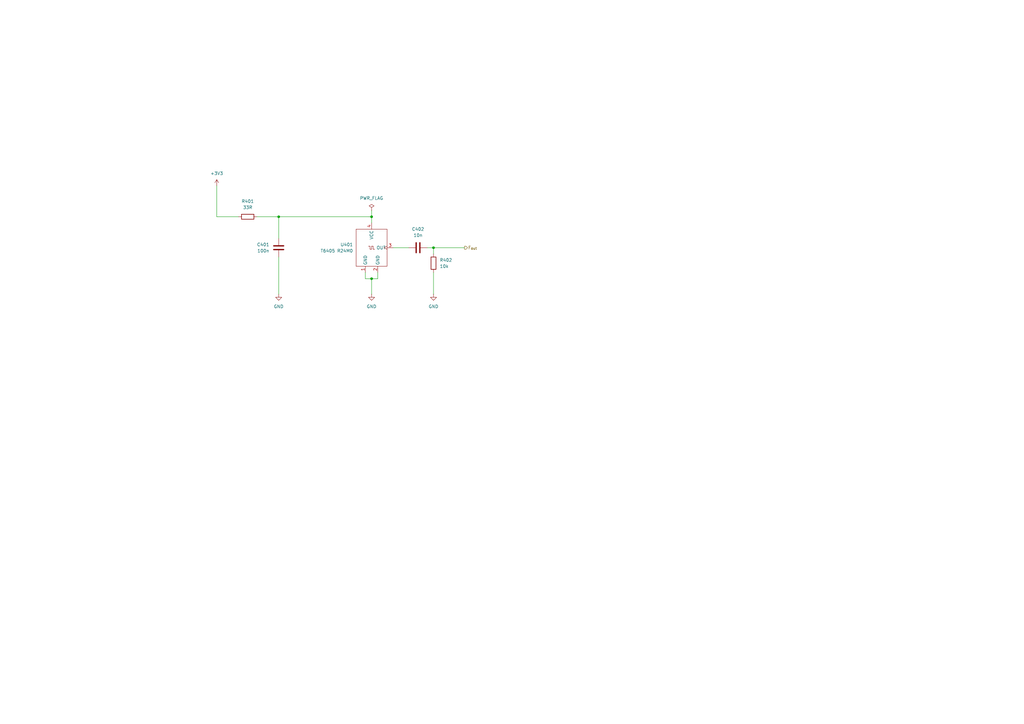
<source format=kicad_sch>
(kicad_sch (version 20231120) (generator "eeschema") (generator_version "8.0")
  (paper "A3")
  (title_block (title "CubeSat RP2040 Board") (rev "1") (company "Magnus Oksbøl Therkelsen") (comment 1 "Author: Magnus Oksbøl Therkelsen") (comment 2 "Checked by: "))
  (lib_symbols
    (symbol "Device:C" (pin_numbers hide) (pin_names (offset 0.254))
      (property "Reference" "C" (at 0.635 2.54 0))
      (property "Value" "C" (at 0.635 -2.54 0))
      (symbol "C_0_1"
        (polyline (pts (xy -2.032 -0.762) (xy 2.032 -0.762)) (stroke (width 0.508)))
        (polyline (pts (xy -2.032 0.762) (xy 2.032 0.762)) (stroke (width 0.508)))
      )
      (symbol "C_1_1"
        (pin passive line (at 0 3.81 270) (length 2.794) (name "~") (number "1"))
        (pin passive line (at 0 -3.81 90) (length 2.794) (name "~") (number "2"))
      )
    )
    (symbol "Device:R" (pin_numbers hide) (pin_names (offset 0))
      (property "Reference" "R" (at 2.032 0 90))
      (property "Value" "R" (at 0 0 90))
      (symbol "R_0_1"
        (rectangle (start -1.016 -2.54) (end 1.016 2.54) (stroke (width 0.254)))
      )
      (symbol "R_1_1"
        (pin passive line (at 0 3.81 270) (length 1.27) (name "~") (number "1"))
        (pin passive line (at 0 -3.81 90) (length 1.27) (name "~") (number "2"))
      )
    )
    (symbol "cubesat_rp2040:RST3225N"
      (property "Reference" "U" (at -6.35 8.89 0))
      (property "Value" "RST3225N" (at 6.35 8.89 0))
      (symbol "RST3225N_0_0"
        (pin power_in line (at 2.54 -10.16 90) (length 2.54) (name "GND") (number "2"))
        (pin power_in line (at 0 10.16 270) (length 2.54) (name "VCC") (number "4"))
      )
      (symbol "RST3225N_0_1"
        (rectangle (start -6.35 7.62) (end 6.35 -7.62))
        (polyline (pts (xy -1.27 0.635) (xy -0.635 0.635) (xy -0.635 -0.635) (xy 0 -0.635) (xy 0 0.635) (xy 0.635 0.635) (xy 0.635 -0.635) (xy 1.27 -0.635)))
      )
      (symbol "RST3225N_1_0"
        (pin power_in line (at -2.54 -10.16 90) (length 2.54) (name "GND") (number "1"))
        (pin output clock (at 8.89 0 180) (length 2.54) (name "OUT") (number "3"))
      )
    )
    (symbol "power:+3V3" (power) (pin_numbers hide) (pin_names (offset 0) hide)
      (property "Value" "+3V3" (at 0 3.556 0))
      (symbol "+3V3_0_1"
        (polyline (pts (xy -0.762 1.27) (xy 0 2.54)))
        (polyline (pts (xy 0 0) (xy 0 2.54)))
        (polyline (pts (xy 0 2.54) (xy 0.762 1.27)))
      )
      (symbol "+3V3_1_1"
        (pin power_in line (at 0 0 90) (length 0) (name "~") (number "1"))
      )
    )
    (symbol "power:GND" (power) (pin_numbers hide) (pin_names (offset 0) hide)
      (property "Value" "GND" (at 0 -3.81 0))
      (symbol "GND_0_1"
        (polyline (pts (xy 0 0) (xy 0 -1.27) (xy 1.27 -1.27) (xy 0 -2.54) (xy -1.27 -1.27) (xy 0 -1.27)))
      )
      (symbol "GND_1_1"
        (pin power_in line (at 0 0 270) (length 0) (name "~") (number "1"))
      )
    )
    (symbol "power:PWR_FLAG" (power) (pin_numbers hide) (pin_names (offset 0) hide)
      (property "Value" "PWR_FLAG" (at 0 3.81 0))
      (symbol "PWR_FLAG_0_0"
        (pin power_out line (at 0 0 90) (length 0) (name "~") (number "1"))
      )
      (symbol "PWR_FLAG_0_1"
        (polyline (pts (xy 0 0) (xy 0 1.27) (xy -1.016 1.905) (xy 0 2.54) (xy 1.016 1.905) (xy 0 1.27)))
      )
    )
  )
  (junction (at 177.8 101.6))
  (junction (at 114.3 88.9))
  (junction (at 152.4 88.9))
  (junction (at 152.4 114.3))
  (wire (pts (xy 177.8 101.6) (xy 190.5 101.6)))
  (wire (pts (xy 88.9 76.2) (xy 88.9 88.9)))
  (wire (pts (xy 114.3 88.9) (xy 152.4 88.9)))
  (wire (pts (xy 149.86 111.76) (xy 149.86 114.3)))
  (wire (pts (xy 152.4 88.9) (xy 152.4 91.44)))
  (wire (pts (xy 149.86 114.3) (xy 152.4 114.3)))
  (wire (pts (xy 175.26 101.6) (xy 177.8 101.6)))
  (wire (pts (xy 154.94 111.76) (xy 154.94 114.3)))
  (wire (pts (xy 161.29 101.6) (xy 167.64 101.6)))
  (wire (pts (xy 152.4 86.36) (xy 152.4 88.9)))
  (wire (pts (xy 177.8 111.76) (xy 177.8 120.65)))
  (wire (pts (xy 114.3 88.9) (xy 114.3 97.79)))
  (wire (pts (xy 152.4 114.3) (xy 152.4 120.65)))
  (wire (pts (xy 177.8 101.6) (xy 177.8 104.14)))
  (wire (pts (xy 154.94 114.3) (xy 152.4 114.3)))
  (wire (pts (xy 105.41 88.9) (xy 114.3 88.9)))
  (wire (pts (xy 88.9 88.9) (xy 97.79 88.9)))
  (wire (pts (xy 114.3 105.41) (xy 114.3 120.65)))
  (hierarchical_label "F_{out}" (shape output) (at 190.5 101.6 0))
  (symbol (lib_id "Device:C") (at 171.45 101.6 90) (unit 1)
    (property "Reference" "C402" (at 171.45 93.98 90))
    (property "Value" "10n" (at 171.45 96.52 90))
    (property "Footprint" "cubesat_rp2040:C_0402_1005Metric" (effects (hide yes)))
    (property "Description" "Unpolarized capacitor" (effects (hide yes)))
  )
  (symbol (lib_id "power:GND") (at 177.8 120.65 0) (unit 1)
    (property "Reference" "#PWR0404" (effects (hide yes)))
    (property "Value" "GND" (at 177.8 125.73 0))
    (property "Description" "Power symbol creates a global label with name \"GND\" , ground" (effects (hide yes)))
  )
  (symbol (lib_id "cubesat_rp2040:RST3225N") (at 152.4 101.6 0) (unit 1)
    (property "Reference" "U401" (at 144.78 100.3299 0) (effects (justify right)))
    (property "Value" "T6405 R24M0" (at 144.78 102.8699 0) (effects (justify right)))
    (property "Footprint" "cubesat_rp2040:Crystal_SMD_Rakon_3225-4Pin_3.2x2.5mm" (effects (hide yes)))
    (property "Datasheet" "https://www.rakon.com/hubfs/Files/Product%20datasheets/TCXO/T6405%20RST3225N%2032.0%20MHz%20106595.pdf" (effects (hide yes)))
    (property "Description" "32.0 MHz RST3205N TCXO" (effects (hide yes)))
  )
  (symbol (lib_id "power:GND") (at 152.4 120.65 0) (unit 1)
    (property "Reference" "#PWR0403" (effects (hide yes)))
    (property "Value" "GND" (at 152.4 125.73 0))
    (property "Description" "Power symbol creates a global label with name \"GND\" , ground" (effects (hide yes)))
  )
  (symbol (lib_id "power:+3V3") (at 88.9 76.2 0) (unit 1)
    (property "Reference" "#PWR0401" (effects (hide yes)))
    (property "Value" "+3V3" (at 88.9 71.12 0))
    (property "Description" "Power symbol creates a global label with name \"+3V3\"" (effects (hide yes)))
  )
  (symbol (lib_id "Device:R") (at 101.6 88.9 90) (unit 1)
    (property "Reference" "R401" (at 101.6 82.55 90))
    (property "Value" "33R" (at 101.6 85.09 90))
    (property "Footprint" "cubesat_rp2040:R_0402_1005Metric" (effects (hide yes)))
    (property "Description" "Resistor" (effects (hide yes)))
    (property "MANUFACTURER" "Vishay" (effects (hide yes)))
    (property "Manufacturer_Name" "Vishay" (effects (hide yes)))
    (property "Manufacturer_Part_Number" "P-0402E33R0FGxx" (effects (hide yes)))
  )
  (symbol (lib_id "power:GND") (at 114.3 120.65 0) (unit 1)
    (property "Reference" "#PWR0402" (effects (hide yes)))
    (property "Value" "GND" (at 114.3 125.73 0))
    (property "Description" "Power symbol creates a global label with name \"GND\" , ground" (effects (hide yes)))
  )
  (symbol (lib_id "Device:C") (at 114.3 101.6 0) (unit 1)
    (property "Reference" "C401" (at 110.49 100.3299 0) (effects (justify right)))
    (property "Value" "100n" (at 110.49 102.8699 0) (effects (justify right)))
    (property "Footprint" "cubesat_rp2040:C_0402_1005Metric" (effects (hide yes)))
    (property "Description" "Unpolarized capacitor" (effects (hide yes)))
  )
  (symbol (lib_id "power:PWR_FLAG") (at 152.4 86.36 0) (unit 1)
    (property "Reference" "#FLG0401" (effects (hide yes)))
    (property "Value" "PWR_FLAG" (at 152.4 81.28 0))
    (property "Description" "Special symbol for telling ERC where power comes from" (effects (hide yes)))
  )
  (symbol (lib_id "Device:R") (at 177.8 107.95 0) (unit 1)
    (property "Reference" "R402" (at 180.34 106.6799 0) (effects (justify left)))
    (property "Value" "10k" (at 180.34 109.2199 0) (effects (justify left)))
    (property "Footprint" "cubesat_rp2040:R_0402_1005Metric" (effects (hide yes)))
    (property "Description" "Resistor" (effects (hide yes)))
    (property "MANUFACTURER" "Vishay" (effects (hide yes)))
    (property "Manufacturer_Name" "Vishay" (effects (hide yes)))
    (property "Manufacturer_Part_Number" "P-0402E1002FGxx" (effects (hide yes)))
  )
)
</source>
